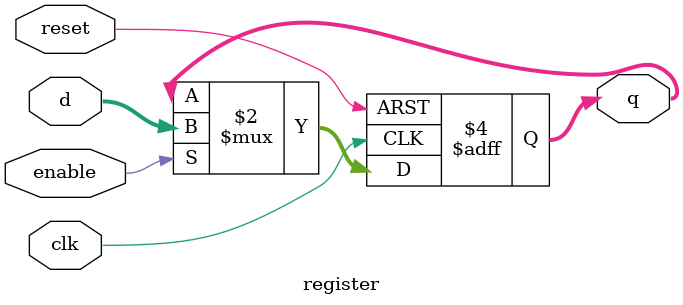
<source format=v>
module register (
    input wire clk,       // Clock signal
    input wire reset,     // Reset signal
    input wire enable,    // Enable signal for writing to the register
    input wire [31:0] d,  // Data input (32-bit)
    output reg [31:0] q   // Data output (32-bit)
);

    // Register logic
    always @(posedge clk or posedge reset) begin
        if (reset) begin
            q <= 32'b0;  // Reset the register value to 0
        end else if (enable) begin
            q <= d;  // Load the input data into the register
        end
    end

endmodule

</source>
